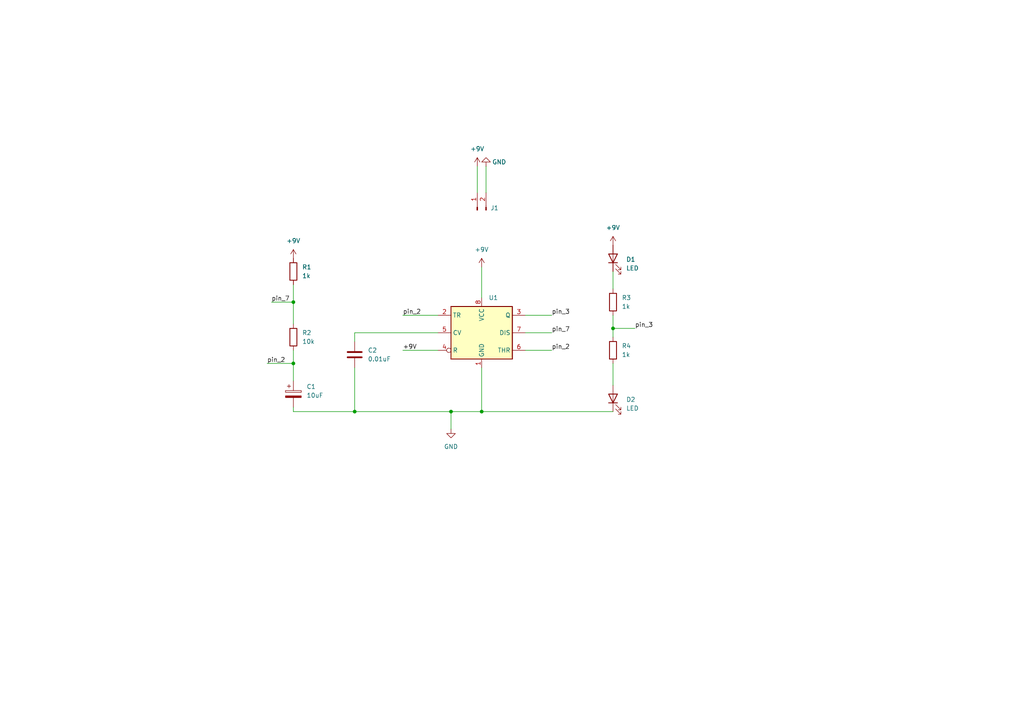
<source format=kicad_sch>
(kicad_sch (version 20211123) (generator eeschema)
  (paper "A4")
  (title_block (title "Lab 4 Exercise 2") (date "1/27/2023"))
  (lib_symbols
    (symbol "Connector:Conn_01x02_Male" (pin_names (offset 1.016) hide)
      (property "Reference" "J" (at 0 2.54 0))
      (property "Value" "Conn_01x02_Male" (at 0 -5.08 0))
      (symbol "Conn_01x02_Male_1_1"
        (polyline (pts (xy 1.27 -2.54) (xy 0.8636 -2.54)) (stroke (width 0.1524)))
        (polyline (pts (xy 1.27 0) (xy 0.8636 0)) (stroke (width 0.1524)))
        (rectangle (start 0.8636 -2.413) (end 0 -2.667) (stroke (width 0.1524)) (fill (type outline)))
        (rectangle (start 0.8636 0.127) (end 0 -0.127) (stroke (width 0.1524)) (fill (type outline)))
        (pin passive line (at 5.08 0 180) (length 3.81) (name "Pin_1") (number "1"))
        (pin passive line (at 5.08 -2.54 180) (length 3.81) (name "Pin_2") (number "2"))
      )
    )
    (symbol "Device:C" (pin_numbers hide) (pin_names (offset 0.254))
      (property "Reference" "C" (at 0.635 2.54 0))
      (property "Value" "C" (at 0.635 -2.54 0))
      (symbol "C_0_1"
        (polyline (pts (xy -2.032 -0.762) (xy 2.032 -0.762)) (stroke (width 0.508)))
        (polyline (pts (xy -2.032 0.762) (xy 2.032 0.762)) (stroke (width 0.508)))
      )
      (symbol "C_1_1"
        (pin passive line (at 0 3.81 270) (length 2.794) (name "~") (number "1"))
        (pin passive line (at 0 -3.81 90) (length 2.794) (name "~") (number "2"))
      )
    )
    (symbol "Device:C_Polarized" (pin_numbers hide) (pin_names (offset 0.254))
      (property "Reference" "C" (at 0.635 2.54 0))
      (property "Value" "C_Polarized" (at 0.635 -2.54 0))
      (symbol "C_Polarized_0_1"
        (rectangle (start -2.286 0.508) (end 2.286 1.016))
        (polyline (pts (xy -1.778 2.286) (xy -0.762 2.286)))
        (polyline (pts (xy -1.27 2.794) (xy -1.27 1.778)))
        (rectangle (start 2.286 -0.508) (end -2.286 -1.016) (fill (type outline)))
      )
      (symbol "C_Polarized_1_1"
        (pin passive line (at 0 3.81 270) (length 2.794) (name "~") (number "1"))
        (pin passive line (at 0 -3.81 90) (length 2.794) (name "~") (number "2"))
      )
    )
    (symbol "Device:LED" (pin_numbers hide) (pin_names (offset 1.016) hide)
      (property "Reference" "D" (at 0 2.54 0))
      (property "Value" "LED" (at 0 -2.54 0))
      (symbol "LED_0_1"
        (polyline (pts (xy -1.27 -1.27) (xy -1.27 1.27)) (stroke (width 0.254)))
        (polyline (pts (xy -1.27 0) (xy 1.27 0)))
        (polyline (pts (xy 1.27 -1.27) (xy 1.27 1.27) (xy -1.27 0) (xy 1.27 -1.27)) (stroke (width 0.254)))
        (polyline (pts (xy -3.048 -0.762) (xy -4.572 -2.286) (xy -3.81 -2.286) (xy -4.572 -2.286) (xy -4.572 -1.524)))
        (polyline (pts (xy -1.778 -0.762) (xy -3.302 -2.286) (xy -2.54 -2.286) (xy -3.302 -2.286) (xy -3.302 -1.524)))
      )
      (symbol "LED_1_1"
        (pin passive line (at -3.81 0 0) (length 2.54) (name "K") (number "1"))
        (pin passive line (at 3.81 0 180) (length 2.54) (name "A") (number "2"))
      )
    )
    (symbol "Device:R" (pin_numbers hide) (pin_names (offset 0))
      (property "Reference" "R" (at 2.032 0 90))
      (property "Value" "R" (at 0 0 90))
      (symbol "R_0_1"
        (rectangle (start -1.016 -2.54) (end 1.016 2.54) (stroke (width 0.254)))
      )
      (symbol "R_1_1"
        (pin passive line (at 0 3.81 270) (length 1.27) (name "~") (number "1"))
        (pin passive line (at 0 -3.81 90) (length 1.27) (name "~") (number "2"))
      )
    )
    (symbol "Timer:NE555D"
      (property "Reference" "U" (at -10.16 8.89 0))
      (property "Value" "NE555D" (at 2.54 8.89 0))
      (symbol "NE555D_0_0"
        (pin power_in line (at 0 -10.16 90) (length 2.54) (name "GND") (number "1"))
        (pin power_in line (at 0 10.16 270) (length 2.54) (name "VCC") (number "8"))
      )
      (symbol "NE555D_0_1"
        (rectangle (start -8.89 -7.62) (end 8.89 7.62) (stroke (width 0.254)) (fill (type background)))
        (rectangle (start -8.89 -7.62) (end 8.89 7.62) (stroke (width 0.254)) (fill (type background)))
      )
      (symbol "NE555D_1_1"
        (pin input line (at -12.7 5.08 0) (length 3.81) (name "TR") (number "2"))
        (pin output line (at 12.7 5.08 180) (length 3.81) (name "Q") (number "3"))
        (pin input inverted (at -12.7 -5.08 0) (length 3.81) (name "R") (number "4"))
        (pin input line (at -12.7 0 0) (length 3.81) (name "CV") (number "5"))
        (pin input line (at 12.7 -5.08 180) (length 3.81) (name "THR") (number "6"))
        (pin input line (at 12.7 0 180) (length 3.81) (name "DIS") (number "7"))
      )
    )
    (symbol "power:+9V" (power) (pin_names (offset 0))
      (property "Value" "+9V" (at 0 3.556 0))
      (symbol "+9V_0_1"
        (polyline (pts (xy -0.762 1.27) (xy 0 2.54)))
        (polyline (pts (xy 0 0) (xy 0 2.54)))
        (polyline (pts (xy 0 2.54) (xy 0.762 1.27)))
      )
      (symbol "+9V_1_1"
        (pin power_in line (at 0 0 90) (length 0) hide (name "+9V") (number "1"))
      )
    )
    (symbol "power:GND" (power) (pin_names (offset 0))
      (property "Value" "GND" (at 0 -3.81 0))
      (symbol "GND_0_1"
        (polyline (pts (xy 0 0) (xy 0 -1.27) (xy 1.27 -1.27) (xy 0 -2.54) (xy -1.27 -1.27) (xy 0 -1.27)))
      )
      (symbol "GND_1_1"
        (pin power_in line (at 0 0 270) (length 0) hide (name "GND") (number "1"))
      )
    )
  )
  (junction (at 85.09 105.41))
  (junction (at 177.8 95.25))
  (junction (at 139.7 119.38))
  (junction (at 130.81 119.38))
  (junction (at 85.09 87.63))
  (junction (at 102.87 119.38))
  (wire (pts (xy 152.4 91.44) (xy 160.02 91.44)))
  (wire (pts (xy 177.8 95.25) (xy 177.8 97.79)))
  (wire (pts (xy 140.97 48.26) (xy 140.97 55.88)))
  (wire (pts (xy 85.09 87.63) (xy 85.09 93.98)))
  (wire (pts (xy 77.47 105.41) (xy 85.09 105.41)))
  (wire (pts (xy 102.87 106.68) (xy 102.87 119.38)))
  (wire (pts (xy 152.4 101.6) (xy 160.02 101.6)))
  (wire (pts (xy 127 96.52) (xy 102.87 96.52)))
  (wire (pts (xy 177.8 91.44) (xy 177.8 95.25)))
  (wire (pts (xy 138.43 48.26) (xy 138.43 55.88)))
  (wire (pts (xy 85.09 119.38) (xy 85.09 118.11)))
  (wire (pts (xy 85.09 101.6) (xy 85.09 105.41)))
  (wire (pts (xy 116.84 101.6) (xy 127 101.6)))
  (wire (pts (xy 139.7 106.68) (xy 139.7 119.38)))
  (wire (pts (xy 139.7 77.47) (xy 139.7 86.36)))
  (wire (pts (xy 85.09 105.41) (xy 85.09 110.49)))
  (wire (pts (xy 130.81 119.38) (xy 139.7 119.38)))
  (wire (pts (xy 102.87 119.38) (xy 85.09 119.38)))
  (wire (pts (xy 177.8 95.25) (xy 184.15 95.25)))
  (wire (pts (xy 130.81 119.38) (xy 130.81 124.46)))
  (wire (pts (xy 102.87 96.52) (xy 102.87 99.06)))
  (wire (pts (xy 78.74 87.63) (xy 85.09 87.63)))
  (wire (pts (xy 177.8 119.38) (xy 139.7 119.38)))
  (wire (pts (xy 102.87 119.38) (xy 130.81 119.38)))
  (wire (pts (xy 177.8 78.74) (xy 177.8 83.82)))
  (wire (pts (xy 152.4 96.52) (xy 160.02 96.52)))
  (wire (pts (xy 116.84 91.44) (xy 127 91.44)))
  (wire (pts (xy 177.8 105.41) (xy 177.8 111.76)))
  (wire (pts (xy 85.09 82.55) (xy 85.09 87.63)))
  (label "pin_3" (at 184.15 95.25 0))
  (label "pin_3" (at 160.02 91.44 0))
  (label "pin_7" (at 160.02 96.52 0))
  (label "pin_2" (at 116.84 91.44 0))
  (label "+9V" (at 116.84 101.6 0))
  (label "pin_2" (at 77.47 105.41 0))
  (label "pin_7" (at 78.74 87.63 0))
  (label "pin_2" (at 160.02 101.6 0))
  (symbol (lib_id "power:+9V") (at 138.43 48.26 0) (unit 1)
    (property "Reference" "#PWR0103" (effects hide))
    (property "Value" "+9V" (at 138.43 43.18 0))
  )
  (symbol (lib_id "Device:R") (at 177.8 87.63 0) (unit 1)
    (property "Reference" "R3" (at 180.34 86.3599 0) (effects (justify left)))
    (property "Value" "1k" (at 180.34 88.8999 0) (effects (justify left)))
    (property "Footprint" "Resistor_SMD:R_0805_2012Metric_Pad1.20x1.40mm_HandSolder" (effects hide))
  )
  (symbol (lib_id "Connector:Conn_01x02_Male") (at 138.43 60.96 90) (unit 1)
    (property "Reference" "J1" (at 142.24 60.3249 90) (effects (justify right)))
    (property "Value" "Conn_01x02_Male" (effects hide))
    (property "Footprint" "TerminalBlock:TerminalBlock_bornier-2_P5.08mm" (effects hide))
  )
  (symbol (lib_id "Device:LED") (at 177.8 74.93 90) (unit 1)
    (property "Reference" "D1" (at 181.61 75.2474 90) (effects (justify right)))
    (property "Value" "LED" (at 181.61 77.7874 90) (effects (justify right)))
    (property "Footprint" "LED_SMD:LED_1206_3216Metric_Pad1.42x1.75mm_HandSolder" (effects hide))
  )
  (symbol (lib_id "power:+9V") (at 85.09 74.93 0) (unit 1)
    (property "Reference" "#PWR0101" (effects hide))
    (property "Value" "+9V" (at 85.09 69.85 0))
  )
  (symbol (lib_id "Timer:NE555D") (at 139.7 96.52 0) (unit 1)
    (property "Reference" "U1" (at 141.7194 86.36 0) (effects (justify left)))
    (property "Value" "NE555D" (effects hide))
    (property "Footprint" "Package_SO:SOIC-8-1EP_3.9x4.9mm_P1.27mm_EP2.29x3mm" (effects hide))
    (property "Datasheet" "http://www.ti.com/lit/ds/symlink/ne555.pdf" (effects hide))
  )
  (symbol (lib_id "power:+9V") (at 139.7 77.47 0) (unit 1)
    (property "Reference" "#PWR01" (effects hide))
    (property "Value" "+9V" (at 139.7 72.39 0))
  )
  (symbol (lib_id "Device:R") (at 177.8 101.6 0) (unit 1)
    (property "Reference" "R4" (at 180.34 100.3299 0) (effects (justify left)))
    (property "Value" "1k" (at 180.34 102.8699 0) (effects (justify left)))
    (property "Footprint" "Resistor_SMD:R_0805_2012Metric_Pad1.20x1.40mm_HandSolder" (effects hide))
  )
  (symbol (lib_id "power:GND") (at 140.97 48.26 180) (unit 1)
    (property "Reference" "#PWR0104" (effects hide))
    (property "Value" "GND" (at 144.78 46.99 0))
  )
  (symbol (lib_id "power:GND") (at 130.81 124.46 0) (unit 1)
    (property "Reference" "#PWR0102" (effects hide))
    (property "Value" "GND" (at 130.81 129.54 0))
  )
  (symbol (lib_id "power:+9V") (at 177.8 71.12 0) (unit 1)
    (property "Reference" "#PWR0105" (effects hide))
    (property "Value" "+9V" (at 177.8 66.04 0))
  )
  (symbol (lib_id "Device:C") (at 102.87 102.87 0) (unit 1)
    (property "Reference" "C2" (at 106.68 101.5999 0) (effects (justify left)))
    (property "Value" "0.01uF" (at 106.68 104.1399 0) (effects (justify left)))
    (property "Footprint" "Capacitor_SMD:C_0805_2012Metric_Pad1.18x1.45mm_HandSolder" (effects hide))
  )
  (symbol (lib_id "Device:C_Polarized") (at 85.09 114.3 0) (unit 1)
    (property "Reference" "C1" (at 88.9 112.1409 0) (effects (justify left)))
    (property "Value" "10uF" (at 88.9 114.6809 0) (effects (justify left)))
    (property "Footprint" "Capacitor_Tantalum_SMD:CP_EIA-3216-18_Kemet-A_Pad1.58x1.35mm_HandSolder" (effects hide))
  )
  (symbol (lib_id "Device:R") (at 85.09 97.79 0) (unit 1)
    (property "Reference" "R2" (at 87.63 96.5199 0) (effects (justify left)))
    (property "Value" "10k" (at 87.63 99.0599 0) (effects (justify left)))
    (property "Footprint" "Resistor_SMD:R_0805_2012Metric_Pad1.20x1.40mm_HandSolder" (effects hide))
  )
  (symbol (lib_id "Device:R") (at 85.09 78.74 0) (unit 1)
    (property "Reference" "R1" (at 87.63 77.4699 0) (effects (justify left)))
    (property "Value" "1k" (at 87.63 80.0099 0) (effects (justify left)))
    (property "Footprint" "Resistor_SMD:R_0805_2012Metric_Pad1.20x1.40mm_HandSolder" (effects hide))
  )
  (symbol (lib_id "Device:LED") (at 177.8 115.57 90) (unit 1)
    (property "Reference" "D2" (at 181.61 115.8874 90) (effects (justify right)))
    (property "Value" "LED" (at 181.61 118.4274 90) (effects (justify right)))
    (property "Footprint" "LED_SMD:LED_1206_3216Metric_Pad1.42x1.75mm_HandSolder" (effects hide))
  )
)
</source>
